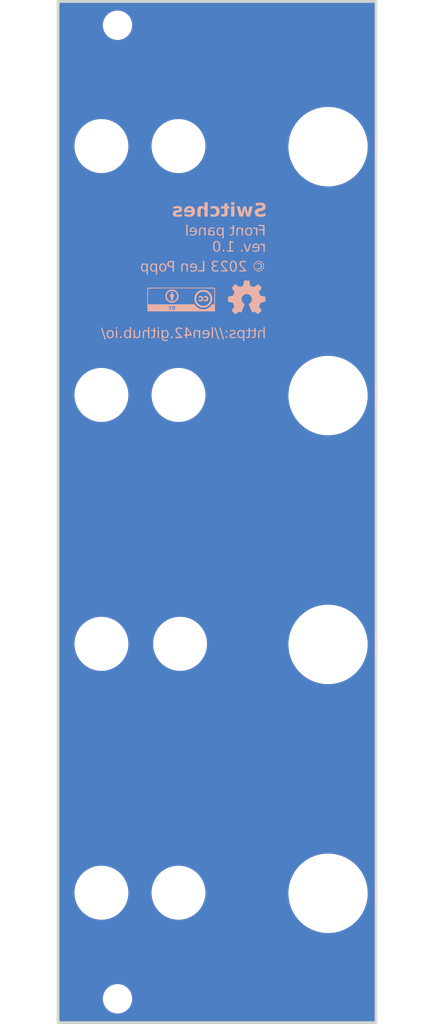
<source format=kicad_pcb>
(kicad_pcb (version 20221018) (generator pcbnew)
  (title_block (title "Switches - Panel") (date "2023-10-15") (rev "1.0") (company "Len Popp") (comment 1 "Copyright © 2023 Len Popp CC BY") (comment 2 "8 HP"))
  (layers (0 "F.Cu" signal) (31 "B.Cu" signal) (34 "B.Paste" user) (35 "F.Paste" user) (36 "B.SilkS" user "B.Silkscreen") (37 "F.SilkS" user "F.Silkscreen") (38 "B.Mask" user) (39 "F.Mask" user) (44 "Edge.Cuts" user))
  (property "MODULE" "Switches")
  (net 0 "")
  (footprint "-lmp-holes:MountingHole_Jack_3.5mm_PJ398" (layer "F.Cu") (at 65.47 99.518667)
    (fp_text reference "REF**" hide)
    (fp_text value "MountingHole_Jack_3.5mm_PJ398")
    (pad "" np_thru_hole circle (at 0 0) (size 6.3 6.3) (drill 6.3) (layers "*.Cu" "*.Mask"))
  )
  (footprint "-lmp-holes:MountingHole_Jack_3.5mm_PJ398" (layer "F.Cu") (at 75.1875 99.518667)
    (fp_text reference "REF**" hide)
    (fp_text value "MountingHole_Jack_3.5mm_PJ398")
    (pad "" np_thru_hole circle (at 0 0) (size 6.3 6.3) (drill 6.3) (layers "*.Cu" "*.Mask"))
  )
  (footprint "-lmp-holes:MountingHole_Jack_3.5mm_PJ398" (layer "F.Cu") (at 65.47 162.152)
    (fp_text reference "REF**" hide)
    (fp_text value "MountingHole_Jack_3.5mm_PJ398")
    (pad "" np_thru_hole circle (at 0 0) (size 6.3 6.3) (drill 6.3) (layers "*.Cu" "*.Mask"))
  )
  (footprint "-lmp-holes:MountingHole_Jack_3.5mm_PJ398" (layer "F.Cu") (at 75.3875 130.835333)
    (fp_text reference "REF**" hide)
    (fp_text value "MountingHole_Jack_3.5mm_PJ398")
    (pad "" np_thru_hole circle (at 0 0) (size 6.3 6.3) (drill 6.3) (layers "*.Cu" "*.Mask"))
  )
  (footprint "-lmp-holes:MountingHole_Jack_3.5mm_PJ398" (layer "F.Cu") (at 65.47 130.835333)
    (fp_text reference "REF**" hide)
    (fp_text value "MountingHole_Jack_3.5mm_PJ398")
    (pad "" np_thru_hole circle (at 0 0) (size 6.3 6.3) (drill 6.3) (layers "*.Cu" "*.Mask"))
  )
  (footprint "-lmp-holes:MountingHole_Jack_3.5mm_PJ398" (layer "F.Cu") (at 65.47 68.202)
    (fp_text reference "REF**" hide)
    (fp_text value "MountingHole_Jack_3.5mm_PJ398")
    (pad "" np_thru_hole circle (at 0 0) (size 6.3 6.3) (drill 6.3) (layers "*.Cu" "*.Mask"))
  )
  (footprint "-lmp-holes:MountingHole_Panel_3.2mm_M3" (layer "F.Cu") (at 67.5 175.5)
    (fp_text reference "REF**" hide)
    (fp_text value "MountingHole_Panel_3.2mm_M3")
    (pad "" np_thru_hole circle (at 0 0) (size 3.2 3.2) (drill 3.2) (layers "*.Cu" "*.Mask"))
  )
  (footprint "-lmp-holes:MountingHole_SW_Push_C&K_D6R" (layer "F.Cu") (at 94.05 130.9113)
    (fp_text reference "REF**" hide)
    (fp_text value "MountingHole_SW_Push_C&K_D6R")
    (pad "" np_thru_hole circle (at 0 0) (size 9.5 9.5) (drill 9.5) (layers "F&B.Cu" "*.Mask"))
  )
  (footprint "-lmp-holes:MountingHole_Jack_3.5mm_PJ398" (layer "F.Cu") (at 75.1875 162.152)
    (fp_text reference "REF**" hide)
    (fp_text value "MountingHole_Jack_3.5mm_PJ398")
    (pad "" np_thru_hole circle (at 0 0) (size 6.3 6.3) (drill 6.3) (layers "*.Cu" "*.Mask"))
  )
  (footprint "-lmp-holes:MountingHole_SW_Push_C&K_D6R" (layer "F.Cu") (at 94.05 99.594667)
    (fp_text reference "REF**" hide)
    (fp_text value "MountingHole_SW_Push_C&K_D6R")
    (pad "" np_thru_hole circle (at 0 0) (size 9.5 9.5) (drill 9.5) (layers "F&B.Cu" "*.Mask"))
  )
  (footprint "-lmp-holes:MountingHole_SW_Push_C&K_D6R" (layer "F.Cu") (at 94.05 68.278)
    (fp_text reference "REF**" hide)
    (fp_text value "MountingHole_SW_Push_C&K_D6R")
    (pad "" np_thru_hole circle (at 0 0) (size 9.5 9.5) (drill 9.5) (layers "F&B.Cu" "*.Mask"))
  )
  (footprint "-lmp-holes:MountingHole_Jack_3.5mm_PJ398" (layer "F.Cu") (at 75.1875 68.202)
    (fp_text reference "REF**" hide)
    (fp_text value "MountingHole_Jack_3.5mm_PJ398")
    (pad "" np_thru_hole circle (at 0 0) (size 6.3 6.3) (drill 6.3) (layers "*.Cu" "*.Mask"))
  )
  (footprint "-lmp-holes:MountingHole_Panel_3.2mm_M3" (layer "F.Cu") (at 67.5 53)
    (fp_text reference "REF**" hide)
    (fp_text value "MountingHole_Panel_3.2mm_M3")
    (pad "" np_thru_hole circle (at 0 0) (size 3.2 3.2) (drill 3.2) (layers "*.Cu" "*.Mask"))
  )
  (footprint "-lmp-holes:MountingHole_SW_Push_C&K_D6R" (layer "F.Cu") (at 94.05 162.228)
    (fp_text reference "REF**" hide)
    (fp_text value "MountingHole_SW_Push_C&K_D6R")
    (pad "" np_thru_hole circle (at 0 0) (size 9.5 9.5) (drill 9.5) (layers "F&B.Cu" "*.Mask"))
  )
  (footprint "-lmp-misc:Logo_OSHW" (layer "B.Cu") (at 83.785325 87.249 180)
    (fp_text reference "G3" hide)
    (fp_text value "LOGO" hide)
    (fp_poly (pts (xy 0.332309 2.043907) (xy 0.341381 1.998069) (xy 0.354628 1.929173) (xy 0.370495 1.845389) (xy 0.38743 1.75489) (xy 0.393386 1.722796) (xy 0.437401 1.485029) (xy 0.657063 1.393795) (xy 0.74497 1.357921) (xy 0.808749 1.333741) (xy 0.853195 1.319859) (xy 0.883107 1.31488) (xy 0.903282 1.317408) (xy 0.9098 1.320262) (xy 0.933551 1.334917) (xy 0.978298 1.364246) (xy 1.038939 1.404842) (xy 1.110374 1.453296) (xy 1.165969 1.491371) (xy 1.240949 1.542833) (xy 1.307718 1.588474) (xy 1.361493 1.625041) (xy 1.397494 1.649281) (xy 1.409956 1.657414) (xy 1.427811 1.652955) (xy 1.463227 1.627667) (xy 1.517172 1.58073) (xy 1.590613 1.511323) (xy 1.644039 1.458948) (xy 1.711608 1.391108) (xy 1.771268 1.329438) (xy 1.819306 1.277919) (xy 1.852008 1.240535) (xy 1.865664 1.221267) (xy 1.865677 1.221226) (xy 1.859691 1.197676) (xy 1.835212 1.150604) (xy 1.793183 1.081596) (xy 1.734543 0.992239) (xy 1.697471 0.937781) (xy 1.520815 0.68096) (xy 1.619383 0.452127) (xy 1.659348 0.362713) (xy 1.694168 0.291444) (xy 1.72197 0.241872) (xy 1.740879 0.217552) (xy 1.744007 0.215831) (xy 1.767564 0.210654) (xy 1.816769 0.200917) (xy 1.886021 0.187693) (xy 1.969721 0.172052) (xy 2.047875 0.157689) (xy 2.138232 0.140363) (xy 2.217638 0.123538) (xy 2.280838 0.108457) (xy 2.322577 0.096363) (xy 2.33735 0.089224) (xy 2.341052 0.068346) (xy 2.344296 0.021045) (xy 2.34688 -0.047351) (xy 2.348601 -0.131515) (xy 2.349256 -0.224274) (xy 2.34874 -0.336892) (xy 2.346841 -0.421041) (xy 2.343351 -0.479979) (xy 2.33806 -0.516966) (xy 2.330759 -0.535262) (xy 2.329202 -0.536832) (xy 2.307564 -0.54503) (xy 2.260103 -0.557343) (xy 2.192292 -0.572534) (xy 2.109605 -0.589367) (xy 2.031546 -0.604073) (xy 1.940736 -0.621377) (xy 1.860376 -0.638211) (xy 1.795872 -0.653319) (xy 1.752632 -0.665446) (xy 1.736595 -0.672515) (xy 1.722252 -0.695942) (xy 1.700812 -0.741547) (xy 1.674629 -0.803127) (xy 1.646056 -0.87448) (xy 1.617445 -0.949405) (xy 1.591149 -1.021699) (xy 1.569521 -1.085159) (xy 1.554912 -1.133585) (xy 1.549677 -1.160773) (xy 1.550241 -1.163788) (xy 1.562554 -1.182573) (xy 1.589739 -1.222789) (xy 1.628605 -1.279753) (xy 1.675959 -1.348785) (xy 1.717281 -1.408788) (xy 1.768237 -1.483332) (xy 1.812217 -1.548959) (xy 1.846284 -1.601179) (xy 1.867501 -1.635506) (xy 1.873249 -1.647126) (xy 1.862515 -1.661602) (xy 1.832595 -1.694758) (xy 1.786914 -1.742986) (xy 1.728898 -1.802678) (xy 1.661972 -1.870225) (xy 1.652489 -1.879701) (xy 1.570583 -1.960422) (xy 1.507752 -2.019804) (xy 1.461587 -2.059887) (xy 1.429677 -2.082708) (xy 1.409614 -2.090306) (xy 1.404428 -2.089563) (xy 1.382638 -2.077373) (xy 1.339761 -2.050325) (xy 1.280786 -2.011678) (xy 1.210703 -1.964685) (xy 1.15767 -1.928544) (xy 1.084231 -1.878624) (xy 1.019809 -1.835701) (xy 0.968968 -1.802746) (xy 0.936274 -1.782731) (xy 0.926456 -1.778) (xy 0.907758 -1.784814) (xy 0.868466 -1.802925) (xy 0.816075 -1.82883) (xy 0.799669 -1.837215) (xy 0.745513 -1.863547) (xy 0.702661 -1.881495) (xy 0.678317 -1.888138) (xy 0.675671 -1.887463) (xy 0.666195 -1.869527) (xy 0.646683 -1.826283) (xy 0.61885 -1.761921) (xy 0.584411 -1.680627) (xy 0.545081 -1.586591) (xy 0.502576 -1.484001) (xy 0.458609 -1.377043) (xy 0.414897 -1.269908) (xy 0.373154 -1.166782) (xy 0.335095 -1.071855) (xy 0.302436 -0.989313) (xy 0.276891 -0.923346) (xy 0.260175 -0.878141) (xy 0.254004 -0.857887) (xy 0.254 -0.857727) (xy 0.267057 -0.831175) (xy 0.291181 -0.813655) (xy 0.320082 -0.795098) (xy 0.363545 -0.760996) (xy 0.413339 -0.717903) (xy 0.425838 -0.706469) (xy 0.521321 -0.598253) (xy 0.589436 -0.478327) (xy 0.630082 -0.350658) (xy 0.64316 -0.219214) (xy 0.628567 -0.087962) (xy 0.586205 0.039131) (xy 0.515973 0.158097) (xy 0.449685 0.234902) (xy 0.34119 0.322392) (xy 0.220313 0.382989) (xy 0.091552 0.416695) (xy -0.040598 0.423509) (xy -0.171639 0.403432) (xy -0.297073 0.356462) (xy -0.412405 0.282601) (xy -0.465561 0.234902) (xy -0.555494 0.124047) (xy -0.617486 0.002268) (xy -0.651637 -0.126466) (xy -0.658048 -0.258188) (xy -0.636819 -0.38893) (xy -0.588051 -0.514725) (xy -0.511844 -0.631606) (xy -0.441714 -0.706469) (xy -0.391624 -0.750788) (xy -0.345801 -0.787757) (xy -0.31248 -0.810824) (xy -0.307057 -0.813655) (xy -0.278822 -0.836047) (xy -0.269875 -0.857727) (xy -0.275742 -0.877259) (xy -0.292199 -0.921853) (xy -0.317531 -0.987321) (xy -0.350023 -1.069475) (xy -0.38796 -1.164127) (xy -0.429627 -1.267088) (xy -0.473309 -1.374171) (xy -0.517291 -1.481187) (xy -0.559858 -1.583949) (xy -0.599294 -1.678267) (xy -0.633886 -1.759955) (xy -0.661917 -1.824823) (xy -0.681673 -1.868683) (xy -0.691439 -1.887349) (xy -0.691547 -1.887463) (xy -0.708781 -1.884865) (xy -0.74673 -1.87007) (xy -0.79819 -1.845995) (xy -0.815545 -1.837215) (xy -0.87027 -1.809724) (xy -0.914006 -1.789018) (xy -0.939274 -1.778598) (xy -0.942068 -1.778) (xy -0.958281 -1.786545) (xy -0.99619 -1.81026) (xy -1.051371 -1.846265) (xy -1.119398 -1.891677) (xy -1.185816 -1.93675) (xy -1.261905 -1.988112) (xy -1.329536 -2.03255) (xy -1.38415 -2.067164) (xy -1.42119 -2.089057) (xy -1.43553 -2.0955) (xy -1.45167 -2.084739) (xy -1.486309 -2.054764) (xy -1.535721 -2.00903) (xy -1.59618 -1.950995) (xy -1.663958 -1.884116) (xy -1.671057 -1.877013) (xy -1.738416 -1.808944) (xy -1.797325 -1.748305) (xy -1.844348 -1.698724) (xy -1.87605 -1.66383) (xy -1.888994 -1.647251) (xy -1.889125 -1.646708) (xy -1.880529 -1.630386) (xy -1.856698 -1.592506) (xy -1.820567 -1.537547) (xy -1.775072 -1.469987) (xy -1.733157 -1.408788) (xy -1.681353 -1.333531) (xy -1.635515 -1.266643) (xy -1.598836 -1.212805) (xy -1.574507 -1.176699) (xy -1.566117 -1.163788) (xy -1.568212 -1.143868) (xy -1.580361 -1.100924) (xy -1.600208 -1.04116) (xy -1.625402 -0.970779) (xy -1.653588 -0.895982) (xy -1.682414 -0.822973) (xy -1.709526 -0.757956) (xy -1.732571 -0.707131) (xy -1.749196 -0.676703) (xy -1.752471 -0.672589) (xy -1.773188 -0.664012) (xy -1.819798 -0.651325) (xy -1.886901 -0.635788) (xy -1.969098 -0.618661) (xy -2.047875 -0.603599) (xy -2.138935 -0.586192) (xy -2.219747 -0.56945) (xy -2.28486 -0.554608) (xy -2.328819 -0.542897) (xy -2.345532 -0.536285) (xy -2.353122 -0.52039) (xy -2.35869 -0.484937) (xy -2.362422 -0.426925) (xy -2.364508 -0.343353) (xy -2.365136 -0.23122) (xy -2.365132 -0.224274) (xy -2.364454 -0.129816) (xy -2.362715 -0.045899) (xy -2.360116 0.022149) (xy -2.356862 0.069001) (xy -2.353226 0.089224) (xy -2.334501 0.097698) (xy -2.28973 0.110242) (xy -2.224168 0.125615) (xy -2.143071 0.142573) (xy -2.06375 0.157689) (xy -1.972185 0.174539) (xy -1.890317 0.189882) (xy -1.823748 0.202646) (xy -1.778075 0.211759) (xy -1.759883 0.215831) (xy -1.743498 0.23326) (xy -1.717751 0.276831) (xy -1.684515 0.342991) (xy -1.645665 0.428188) (xy -1.635259 0.452127) (xy -1.536691 0.68096) (xy -1.713347 0.937781) (xy -1.780321 1.037176) (xy -1.831178 1.117053) (xy -1.864977 1.175825) (xy -1.880778 1.211907) (xy -1.881553 1.221226) (xy -1.867997 1.240398) (xy -1.835375 1.277706) (xy -1.787401 1.329167) (xy -1.727787 1.390799) (xy -1.660247 1.458619) (xy -1.659915 1.458948) (xy -1.573506 1.542945) (xy -1.507347 1.603693) (xy -1.460731 1.641791) (xy -1.432952 1.657841) (xy -1.425832 1.657743) (xy -1.406307 1.644973) (xy -1.365455 1.617396) (xy -1.30806 1.57827) (xy -1.238906 1.530853) (xy -1.182688 1.492145) (xy -1.106717 1.440046) (xy -1.037755 1.393314) (xy -0.980931 1.355382) (xy -0.941376 1.329681) (xy -0.92652 1.320706) (xy -0.909039 1.315224) (xy -0.884577 1.316423) (xy -0.848256 1.32571) (xy -0.7952 1.344489) (xy -0.720531 1.374168) (xy -0.672939 1.393795) (xy -0.453277 1.485029) (xy -0.409262 1.722796) (xy -0.392321 1.813715) (xy -0.375898 1.900809) (xy -0.361547 1.975906) (xy -0.35082 2.030837) (xy -0.348185 2.043907) (xy -0.331124 2.12725) (xy 0.315248 2.12725) (xy 0.332309 2.043907)) (stroke (width 0.01)) (fill solid) (layer "B.SilkS"))
  )
  (footprint "-lmp-misc:Logo_CC_BY" (layer "B.Cu") (at 75.530325 87.503 180)
    (fp_text reference "G1" hide)
    (fp_text value "LOGO" hide)
    (fp_poly (pts (xy 1.007728 -1.10891) (xy 1.049387 -1.134554) (xy 1.058333 -1.165687) (xy 1.039922 -1.20516) (xy 0.995527 -1.235496) (xy 0.941409 -1.250332) (xy 0.893826 -1.243305) (xy 0.881944 -1.234722) (xy 0.871604 -1.205116) (xy 0.867833 -1.160639) (xy 0.873749 -1.117666) (xy 0.900438 -1.102183) (xy 0.929602 -1.100667) (xy 1.007728 -1.10891)) (stroke (width 0.01)) (fill solid) (layer "B.SilkS"))
    (fp_poly (pts (xy 1.198591 0.946718) (xy 1.24453 0.917911) (xy 1.27384 0.871061) (xy 1.277828 0.813909) (xy 1.259491 0.769726) (xy 1.210366 0.728824) (xy 1.146002 0.723246) (xy 1.095375 0.742529) (xy 1.066734 0.780694) (xy 1.059449 0.837345) (xy 1.073909 0.894193) (xy 1.091595 0.919238) (xy 1.144715 0.94974) (xy 1.198591 0.946718)) (stroke (width 0.01)) (fill solid) (layer "B.SilkS"))
    (fp_poly (pts (xy 1.008624 -0.933911) (xy 1.031746 -0.945922) (xy 1.03403 -0.973783) (xy 1.033347 -0.978959) (xy 1.019822 -1.01226) (xy 0.983682 -1.028491) (xy 0.947208 -1.033153) (xy 0.895209 -1.034637) (xy 0.872834 -1.022459) (xy 0.867847 -0.98928) (xy 0.867833 -0.985528) (xy 0.872155 -0.95086) (xy 0.893029 -0.935299) (xy 0.942319 -0.931379) (xy 0.953972 -0.931334) (xy 1.008624 -0.933911)) (stroke (width 0.01)) (fill solid) (layer "B.SilkS"))
    (fp_poly (pts (xy 1.265371 0.674893) (xy 1.332164 0.667029) (xy 1.368521 0.652922) (xy 1.374168 0.64759) (xy 1.387404 0.607674) (xy 1.393405 0.532293) (xy 1.392634 0.451798) (xy 1.388574 0.368274) (xy 1.382243 0.318048) (xy 1.370829 0.292085) (xy 1.351516 0.281354) (xy 1.338791 0.278986) (xy 1.316623 0.273497) (xy 1.302673 0.259195) (xy 1.295045 0.227858) (xy 1.291842 0.171267) (xy 1.291168 0.081201) (xy 1.291166 0.072611) (xy 1.291166 -0.127) (xy 1.037166 -0.127) (xy 1.037166 0.072611) (xy 1.036608 0.165606) (xy 1.033668 0.224491) (xy 1.02645 0.257486) (xy 1.013056 0.272812) (xy 0.991591 0.278688) (xy 0.989541 0.278986) (xy 0.964679 0.286104) (xy 0.949697 0.304969) (xy 0.941426 0.345002) (xy 0.936694 0.415619) (xy 0.935704 0.438879) (xy 0.933742 0.541942) (xy 0.942403 0.610052) (xy 0.96854 0.650424) (xy 1.01901 0.670269) (xy 1.100668 0.676801) (xy 1.162319 0.677333) (xy 1.265371 0.674893)) (stroke (width 0.01)) (fill solid) (layer "B.SilkS"))
    (fp_poly (pts (xy -3.02103 0.424598) (xy -2.91672 0.387702) (xy -2.880305 0.364287) (xy -2.831233 0.316441) (xy -2.82357 0.27634) (xy -2.857298 0.243) (xy -2.878228 0.233015) (xy -2.927801 0.217368) (xy -2.96114 0.224786) (xy -2.981416 0.240625) (xy -3.034554 0.267504) (xy -3.099006 0.273562) (xy -3.155714 0.258594) (xy -3.175583 0.242714) (xy -3.193774 0.202761) (xy -3.208244 0.139832) (xy -3.212007 0.110423) (xy -3.207041 0.017637) (xy -3.176589 -0.051636) (xy -3.126708 -0.092927) (xy -3.063452 -0.101769) (xy -2.992878 -0.073694) (xy -2.977533 -0.062563) (xy -2.937359 -0.035025) (xy -2.905035 -0.032112) (xy -2.858844 -0.052225) (xy -2.856122 -0.053629) (xy -2.789721 -0.087967) (xy -2.839486 -0.141245) (xy -2.933756 -0.213414) (xy -3.043435 -0.250287) (xy -3.158803 -0.250035) (xy -3.254244 -0.219188) (xy -3.333304 -0.158345) (xy -3.387757 -0.072069) (xy -3.416357 0.029772) (xy -3.417861 0.13731) (xy -3.391023 0.240675) (xy -3.334599 0.329998) (xy -3.324795 0.340295) (xy -3.236756 0.400263) (xy -3.131605 0.428574) (xy -3.02103 0.424598)) (stroke (width 0.01)) (fill solid) (layer "B.SilkS"))
    (fp_poly (pts (xy -2.39168 0.425061) (xy -2.365422 0.419864) (xy -2.306453 0.398275) (xy -2.24476 0.363217) (xy -2.192613 0.323291) (xy -2.162283 0.287101) (xy -2.159 0.275127) (xy -2.176157 0.258362) (xy -2.218635 0.2336) (xy -2.231009 0.227502) (xy -2.279889 0.206692) (xy -2.308737 0.20668) (xy -2.334969 0.228531) (xy -2.340123 0.234165) (xy -2.393198 0.266129) (xy -2.45973 0.274255) (xy -2.512218 0.258537) (xy -2.546037 0.216053) (xy -2.568158 0.147925) (xy -2.574311 0.070185) (xy -2.570997 0.037874) (xy -2.542321 -0.039667) (xy -2.492697 -0.087999) (xy -2.430625 -0.10356) (xy -2.364608 -0.082791) (xy -2.335818 -0.060589) (xy -2.297118 -0.030981) (xy -2.260723 -0.028782) (xy -2.223329 -0.04199) (xy -2.176133 -0.065406) (xy -2.163143 -0.089267) (xy -2.183198 -0.124379) (xy -2.211106 -0.155875) (xy -2.296435 -0.218831) (xy -2.399927 -0.251253) (xy -2.508693 -0.251377) (xy -2.609839 -0.217439) (xy -2.619569 -0.211781) (xy -2.700833 -0.14597) (xy -2.749326 -0.06404) (xy -2.768556 0.041501) (xy -2.76827 0.105949) (xy -2.745638 0.232547) (xy -2.693649 0.330106) (xy -2.615317 0.396277) (xy -2.513656 0.428712) (xy -2.39168 0.425061)) (stroke (width 0.01)) (fill solid) (layer "B.SilkS"))
    (fp_poly (pts (xy -2.563057 1.182731) (xy -2.361828 1.123237) (xy -2.176836 1.028043) (xy -2.012387 0.898954) (xy -1.872787 0.737776) (xy -1.851627 0.706999) (xy -1.760969 0.533924) (xy -1.702324 0.341508) (xy -1.676332 0.138827) (xy -1.683633 -0.065038) (xy -1.724866 -0.261008) (xy -1.774419 -0.38896) (xy -1.88282 -0.569588) (xy -2.02332 -0.726553) (xy -2.190308 -0.855437) (xy -2.378175 -0.951818) (xy -2.558393 -1.006682) (xy -2.661676 -1.025313) (xy -2.752778 -1.032549) (xy -2.849774 -1.028779) (xy -2.963334 -1.015429) (xy -3.161479 -0.968309) (xy -3.342295 -0.883698) (xy -3.50892 -0.760016) (xy -3.553297 -0.718328) (xy -3.700506 -0.54945) (xy -3.806929 -0.371404) (xy -3.873687 -0.181037) (xy -3.901084 0.018874) (xy -3.687783 0.018874) (xy -3.657491 -0.157882) (xy -3.6048 -0.296334) (xy -3.539895 -0.400636) (xy -3.448266 -0.509609) (xy -3.342045 -0.611122) (xy -3.233365 -0.693046) (xy -3.174437 -0.726586) (xy -3.01123 -0.784497) (xy -2.833345 -0.810389) (xy -2.655039 -0.803099) (xy -2.54 -0.778349) (xy -2.383548 -0.714064) (xy -2.23681 -0.620867) (xy -2.110085 -0.506773) (xy -2.013669 -0.379796) (xy -2.002272 -0.359795) (xy -1.926639 -0.181924) (xy -1.889736 -0.003553) (xy -1.888625 0.171489) (xy -1.920364 0.339374) (xy -1.982014 0.496271) (xy -2.070635 0.638352) (xy -2.183288 0.761788) (xy -2.317032 0.862749) (xy -2.468928 0.937407) (xy -2.636035 0.981932) (xy -2.815414 0.992496) (xy -3.004125 0.965269) (xy -3.017095 0.961982) (xy -3.18983 0.896576) (xy -3.341128 0.799061) (xy -3.468467 0.674837) (xy -3.569325 0.529307) (xy -3.641178 0.367869) (xy -3.681505 0.195924) (xy -3.687783 0.018874) (xy -3.901084 0.018874) (xy -3.901897 0.024804) (xy -3.89365 0.240822) (xy -3.851504 0.433215) (xy -3.772288 0.615301) (xy -3.660959 0.781846) (xy -3.522476 0.927617) (xy -3.361796 1.047378) (xy -3.183877 1.135898) (xy -2.996996 1.187388) (xy -2.776215 1.204716) (xy -2.563057 1.182731)) (stroke (width 0.01)) (fill solid) (layer "B.SilkS"))
    (fp_poly (pts (xy 1.377307 1.219627) (xy 1.537281 1.160105) (xy 1.682469 1.068615) (xy 1.807111 0.946685) (xy 1.905443 0.795844) (xy 1.909413 0.787882) (xy 1.940321 0.722465) (xy 1.960425 0.668687) (xy 1.972035 0.614111) (xy 1.977464 0.5463) (xy 1.979023 0.452817) (xy 1.979083 0.413084) (xy 1.977975 0.304751) (xy 1.973402 0.226714) (xy 1.963487 0.166965) (xy 1.946354 0.113498) (xy 1.924445 0.06345) (xy 1.831411 -0.086953) (xy 1.708237 -0.212584) (xy 1.561218 -0.310224) (xy 1.396648 -0.376655) (xy 1.220825 -0.408659) (xy 1.040042 -0.403016) (xy 1.018548 -0.399695) (xy 0.861591 -0.353137) (xy 0.711567 -0.270809) (xy 0.576827 -0.159249) (xy 0.465722 -0.024998) (xy 0.405977 0.080051) (xy 0.378882 0.143162) (xy 0.361991 0.200848) (xy 0.352996 0.266663) (xy 0.349584 0.354157) (xy 0.349386 0.38893) (xy 0.500593 0.38893) (xy 0.510606 0.302508) (xy 0.536592 0.193771) (xy 0.574165 0.106276) (xy 0.63213 0.022779) (xy 0.683322 -0.035796) (xy 0.81069 -0.145244) (xy 0.953839 -0.216764) (xy 1.108269 -0.249085) (xy 1.269476 -0.24094) (xy 1.34649 -0.222717) (xy 1.49922 -0.157615) (xy 1.625396 -0.064388) (xy 1.723417 0.051265) (xy 1.791679 0.183645) (xy 1.828583 0.327053) (xy 1.832525 0.475789) (xy 1.801903 0.624155) (xy 1.735117 0.766451) (xy 1.654299 0.872386) (xy 1.547984 0.968323) (xy 1.43207 1.031456) (xy 1.296278 1.066311) (xy 1.191868 1.075973) (xy 1.097105 1.078188) (xy 1.028028 1.072995) (xy 0.96827 1.05784) (xy 0.902986 1.030864) (xy 0.760552 0.944352) (xy 0.645883 0.830942) (xy 0.562193 0.696593) (xy 0.512692 0.547269) (xy 0.500593 0.38893) (xy 0.349386 0.38893) (xy 0.34925 0.41275) (xy 0.350641 0.516588) (xy 0.356385 0.591778) (xy 0.368837 0.651959) (xy 0.39035 0.710769) (xy 0.407119 0.747943) (xy 0.489615 0.895944) (xy 0.586193 1.012456) (xy 0.704778 1.107466) (xy 0.866283 1.1911) (xy 1.036047 1.236653) (xy 1.208308 1.245652) (xy 1.377307 1.219627)) (stroke (width 0.01)) (fill solid) (layer "B.SilkS"))
    (fp_poly (pts (xy 4.22386 1.429564) (xy 4.275963 1.377461) (xy 4.270523 -0.057395) (xy 4.265083 -1.49225) (xy 0.019454 -1.497593) (xy -0.401443 -1.498054) (xy -0.811056 -1.498365) (xy -1.207377 -1.498531) (xy -1.588395 -1.498556) (xy -1.952102 -1.498445) (xy -2.296486 -1.498202) (xy -2.619538 -1.49783) (xy -2.919248 -1.497335) (xy -3.193607 -1.496719) (xy -3.440605 -1.495988) (xy -3.658231 -1.495145) (xy -3.844477 -1.494195) (xy -3.997332 -1.493142) (xy -4.114786 -1.491989) (xy -4.19483 -1.490742) (xy -4.235454 -1.489404) (xy -4.240338 -1.488774) (xy -4.242738 -1.465738) (xy -4.24501 -1.403866) (xy -4.24712 -1.306657) (xy -4.249033 -1.17761) (xy -4.250715 -1.020222) (xy -4.252132 -0.837992) (xy -4.253248 -0.634417) (xy -4.25403 -0.412996) (xy -4.254443 -0.177227) (xy -4.2545 -0.048427) (xy -4.2545 0.366183) (xy -4.169834 0.366183) (xy -4.169834 -0.613834) (xy -4.026959 -0.614379) (xy -3.884084 -0.614925) (xy -3.812144 -0.720966) (xy -3.692651 -0.864995) (xy -3.542152 -0.996181) (xy -3.371665 -1.106777) (xy -3.192209 -1.189035) (xy -3.108881 -1.21544) (xy -2.997957 -1.235421) (xy -2.862492 -1.245246) (xy -2.719048 -1.244881) (xy -2.584188 -1.234297) (xy -2.486239 -1.216626) (xy -2.272603 -1.14063) (xy -2.076159 -1.027636) (xy -1.902364 -0.881322) (xy -1.872569 -0.846667) (xy 0.783166 -0.846667) (xy 0.783166 -1.312334) (xy 0.917895 -1.312334) (xy 1.004895 -1.308401) (xy 1.064225 -1.294438) (xy 1.108395 -1.268464) (xy 1.153631 -1.212561) (xy 1.16015 -1.151895) (xy 1.127249 -1.095152) (xy 1.122761 -1.090924) (xy 1.095408 -1.06005) (xy 1.100119 -1.036022) (xy 1.112178 -1.022631) (xy 1.140542 -0.973664) (xy 1.127789 -0.922153) (xy 1.100666 -0.889) (xy 1.066252 -0.864363) (xy 1.017466 -0.851272) (xy 0.941826 -0.846789) (xy 0.92075 -0.846667) (xy 1.185789 -0.846667) (xy 1.270228 -0.984623) (xy 1.319 -1.071602) (xy 1.345387 -1.140404) (xy 1.354475 -1.205058) (xy 1.354666 -1.217456) (xy 1.35688 -1.276088) (xy 1.367744 -1.303811) (xy 1.393598 -1.311987) (xy 1.407583 -1.312334) (xy 1.440934 -1.308067) (xy 1.456279 -1.287521) (xy 1.460461 -1.23908) (xy 1.460563 -1.222375) (xy 1.468744 -1.154833) (xy 1.496329 -1.080912) (xy 1.543713 -0.994834) (xy 1.585033 -0.925149) (xy 1.606079 -0.883515) (xy 1.608913 -0.86202) (xy 1.595597 -0.852753) (xy 1.581496 -0.849898) (xy 1.555171 -0.849042) (xy 1.530909 -0.860656) (xy 1.501095 -0.89146) (xy 1.45812 -0.948175) (xy 1.437195 -0.977303) (xy 1.403307 -1.024763) (xy 1.352528 -0.935878) (xy 1.314063 -0.878532) (xy 1.2778 -0.852038) (xy 1.243769 -0.84683) (xy 1.185789 -0.846667) (xy 0.92075 -0.846667) (xy 0.783166 -0.846667) (xy -1.872569 -0.846667) (xy -1.783802 -0.743422) (xy -1.68774 -0.613834) (xy 4.191 -0.613834) (xy 4.191 0.366183) (xy 4.190708 0.611968) (xy 4.18979 0.818065) (xy 4.188178 0.987114) (xy 4.185805 1.121755) (xy 4.182605 1.224631) (xy 4.178511 1.298382) (xy 4.173457 1.345649) (xy 4.167375 1.369072) (xy 4.165599 1.3716) (xy 4.141594 1.374757) (xy 4.07774 1.377723) (xy 3.97652 1.380499) (xy 3.840418 1.383084) (xy 3.671917 1.385478) (xy 3.473502 1.387681) (xy 3.247656 1.389693) (xy 2.996862 1.391514) (xy 2.723604 1.393145) (xy 2.430367 1.394585) (xy 2.119632 1.395834) (xy 1.793885 1.396892) (xy 1.455608 1.397759) (xy 1.107285 1.398435) (xy 0.751401 1.398921) (xy 0.390438 1.399216) (xy 0.02688 1.39932) (xy -0.336789 1.399233) (xy -0.698086 1.398955) (xy -1.054526 1.398487) (xy -1.403627 1.397827) (xy -1.742905 1.396977) (xy -2.069875 1.395936) (xy -2.382055 1.394704) (xy -2.676961 1.393282) (xy -2.952109 1.391668) (xy -3.205015 1.389864) (xy -3.433196 1.387869) (xy -3.634169 1.385683) (xy -3.805449 1.383306) (xy -3.944553 1.380738) (xy -4.048998 1.37798) (xy -4.116299 1.37503) (xy -4.143973 1.37189) (xy -4.144434 1.3716) (xy -4.150797 1.353998) (xy -4.156114 1.313246) (xy -4.160454 1.246703) (xy -4.163882 1.151728) (xy -4.166465 1.025681) (xy -4.168271 0.865919) (xy -4.169365 0.669804) (xy -4.169814 0.434693) (xy -4.169834 0.366183) (xy -4.2545 0.366183) (xy -4.2545 1.377757) (xy -4.202546 1.429712) (xy -4.150591 1.481666) (xy 4.171757 1.481666) (xy 4.22386 1.429564)) (stroke (width 0.01)) (fill solid) (layer "B.SilkS"))
  )
  (gr_line (start 60 178.5) (end 60 50) (stroke (width 0.3556)) (layer "Edge.Cuts"))
  (gr_line (start 100.1 50) (end 100.1 178.5) (stroke (width 0.3556)) (layer "Edge.Cuts"))
  (gr_line (start 60 50) (end 100.1 50) (stroke (width 0.3556)) (layer "Edge.Cuts"))
  (gr_line (start 100.1 178.5) (end 60 178.5) (stroke (width 0.3556)) (layer "Edge.Cuts"))
  (gr_text "${MODULE}" (at 86.350725 76.371) (layer "B.SilkS") (effects (font (size 1.7 1.7) (thickness 0.34) bold) (justify left mirror)))
  (gr_text "© 2023 Len Popp" (at 86.233 83.439) (layer "B.SilkS") (effects (font (size 1.3 1.3)) (justify left mirror)))
  (gr_text "https://len42.github.io/" (at 86.233 91.821) (layer "B.SilkS") (effects (font (size 1.3 1.3) (thickness 0.1524)) (justify left mirror)))
  (gr_text "rev. ${REVISION}" (at 86.233 80.943) (layer "B.SilkS") (effects (font (size 1.3 1.3)) (justify left mirror)))
  (gr_text "Front panel" (at 86.223725 78.911) (layer "B.SilkS") (effects (font (size 1.3 1.3)) (justify left mirror)))
  (zone (net 0) (net_name "") (layers "F&B.Cu") (connect_pads (clearance 0.2032)) (min_thickness 0.2032) (fill yes (thermal_gap 0.508) (thermal_bridge_width 0.508))
    (polygon (pts (xy 100.4 178.6) (xy 59.9 178.6) (xy 59.9 49.9) (xy 100.4 49.9)))
  )
)
</source>
